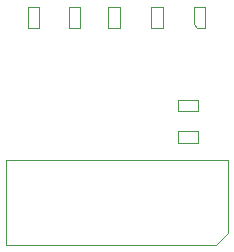
<source format=gbr>
G04 DipTrace 4.1.3.1*
G04 TopAssembly.gbr*
%MOIN*%
G04 #@! TF.FileFunction,Drawing,Top*
G04 #@! TF.Part,Single*
%ADD10C,0.004724*%
%FSLAX26Y26*%
G04*
G70*
G90*
G75*
G01*
G04 TopAssy*
%LPD*%
X465068Y1119606D2*
D10*
X502864D1*
Y1188898D1*
X465068D1*
Y1119606D1*
X602570Y1119449D2*
X640365D1*
Y1188740D1*
X602570D1*
Y1119449D1*
X733819Y1119016D2*
X771614D1*
Y1188307D1*
X733819D1*
Y1119016D1*
X877570D2*
X915365D1*
Y1188307D1*
X877570D1*
Y1119016D1*
X1055748Y1119252D2*
X1030420D1*
X1017953Y1131719D1*
Y1188543D1*
X1055748D1*
Y1119252D1*
X965987Y878203D2*
Y840408D1*
X1032916D1*
Y878203D1*
X965987D1*
Y773795D2*
Y736000D1*
X1032916D1*
Y773795D1*
X965987D1*
X1131850Y433031D2*
X1092480Y393661D1*
X393661D1*
Y677126D1*
X1131850D1*
Y433031D1*
M02*

</source>
